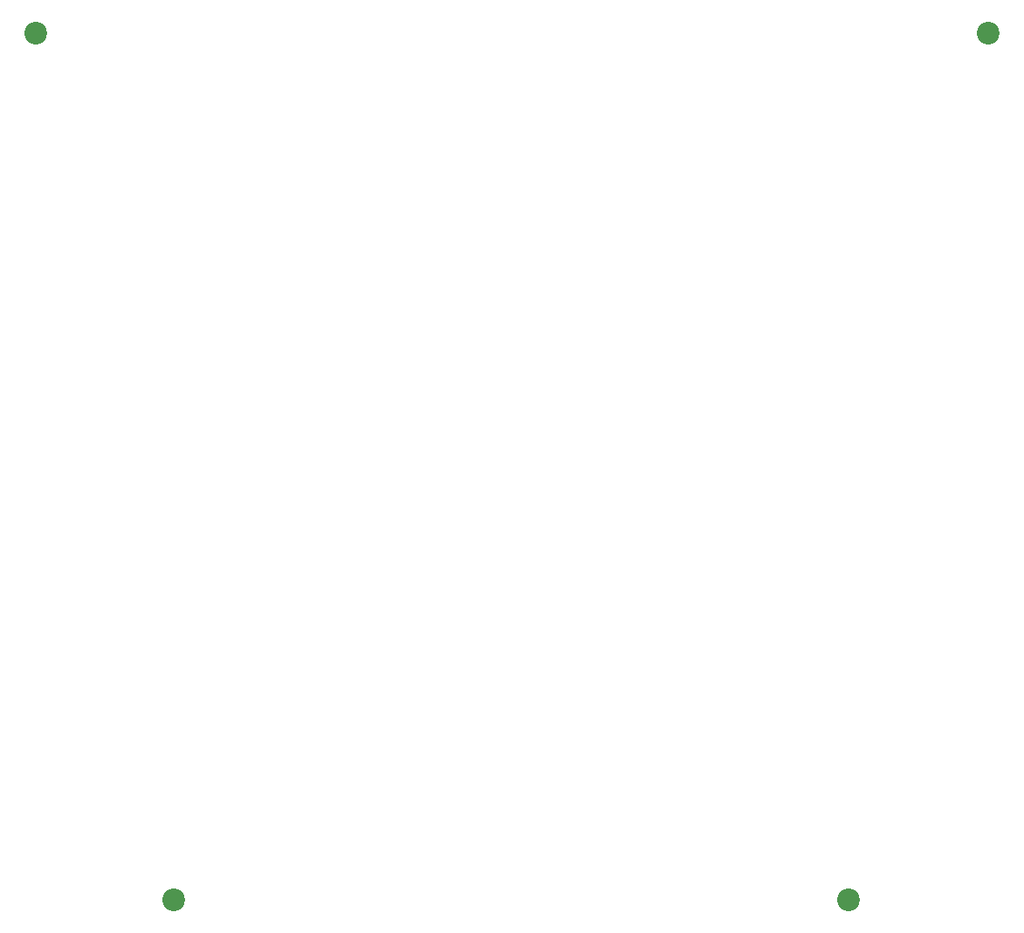
<source format=gbr>
%TF.GenerationSoftware,KiCad,Pcbnew,(5.1.10-1-10_14)*%
%TF.CreationDate,2021-10-23T10:25:26+09:00*%
%TF.ProjectId,PicoRubyMacroPad_Plate,5069636f-5275-4627-994d-6163726f5061,rev?*%
%TF.SameCoordinates,Original*%
%TF.FileFunction,Soldermask,Bot*%
%TF.FilePolarity,Negative*%
%FSLAX46Y46*%
G04 Gerber Fmt 4.6, Leading zero omitted, Abs format (unit mm)*
G04 Created by KiCad (PCBNEW (5.1.10-1-10_14)) date 2021-10-23 10:25:26*
%MOMM*%
%LPD*%
G01*
G04 APERTURE LIST*
%ADD10C,2.200000*%
G04 APERTURE END LIST*
D10*
%TO.C,H4*%
X156600000Y-131200000D03*
%TD*%
%TO.C,H3*%
X91200000Y-131200000D03*
%TD*%
%TO.C,H2*%
X170200000Y-47200000D03*
%TD*%
%TO.C,H1*%
X77800000Y-47200000D03*
%TD*%
M02*

</source>
